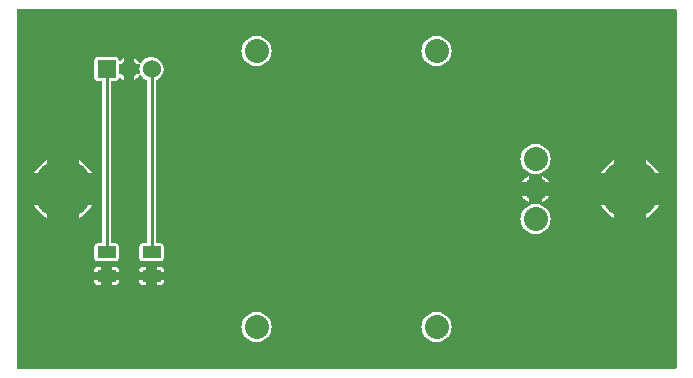
<source format=gtl>
G04 Layer: TopLayer*
G04 EasyEDA v6.4.19.4, 2021-04-04T11:51:27+01:00*
G04 4b0eb47da5f842609b4c8b729e81160f,e7a3d4c674b94ea3b1133014d1bc3374,10*
G04 Gerber Generator version 0.2*
G04 Scale: 100 percent, Rotated: No, Reflected: No *
G04 Dimensions in millimeters *
G04 leading zeros omitted , absolute positions ,4 integer and 5 decimal *
%FSLAX45Y45*%
%MOMM*%

%ADD10C,0.2540*%
%ADD11R,1.5500X1.0000*%
%ADD12C,5.0800*%
%ADD13C,2.0320*%
%ADD14R,1.5240X1.5240*%
%ADD15C,1.5240*%

%LPD*%
G36*
X-2783840Y-1524000D02*
G01*
X-2787751Y-1523238D01*
X-2791002Y-1521002D01*
X-2793238Y-1517751D01*
X-2794000Y-1513840D01*
X-2794000Y1513840D01*
X-2793238Y1517751D01*
X-2791002Y1521002D01*
X-2787751Y1523238D01*
X-2783840Y1524000D01*
X2783840Y1524000D01*
X2787751Y1523238D01*
X2791002Y1521002D01*
X2793238Y1517751D01*
X2794000Y1513840D01*
X2794000Y-1513840D01*
X2793238Y-1517751D01*
X2791002Y-1521002D01*
X2787751Y-1523238D01*
X2783840Y-1524000D01*
G37*

%LPC*%
G36*
X762000Y-1295603D02*
G01*
X777341Y-1294688D01*
X792429Y-1291945D01*
X807110Y-1287373D01*
X821131Y-1281074D01*
X834288Y-1273098D01*
X846378Y-1263650D01*
X857250Y-1252778D01*
X866698Y-1240688D01*
X874674Y-1227531D01*
X880973Y-1213510D01*
X885545Y-1198829D01*
X888288Y-1183741D01*
X889253Y-1168400D01*
X888288Y-1153058D01*
X885545Y-1137920D01*
X880973Y-1123289D01*
X874674Y-1109268D01*
X866698Y-1096111D01*
X857250Y-1084021D01*
X846378Y-1073150D01*
X834288Y-1063701D01*
X821131Y-1055725D01*
X807110Y-1049426D01*
X792429Y-1044854D01*
X777341Y-1042060D01*
X762000Y-1041146D01*
X746658Y-1042060D01*
X731570Y-1044854D01*
X716889Y-1049426D01*
X702868Y-1055725D01*
X689711Y-1063701D01*
X677621Y-1073150D01*
X666750Y-1084021D01*
X657301Y-1096111D01*
X649325Y-1109268D01*
X643026Y-1123289D01*
X638454Y-1137920D01*
X635711Y-1153058D01*
X634746Y-1168400D01*
X635711Y-1183741D01*
X638454Y-1198829D01*
X643026Y-1213510D01*
X649325Y-1227531D01*
X657301Y-1240688D01*
X666750Y-1252778D01*
X677621Y-1263650D01*
X689711Y-1273098D01*
X702868Y-1281074D01*
X716889Y-1287373D01*
X731570Y-1291945D01*
X746658Y-1294688D01*
G37*
G36*
X-762000Y-1295603D02*
G01*
X-746658Y-1294688D01*
X-731570Y-1291945D01*
X-716889Y-1287373D01*
X-702868Y-1281074D01*
X-689711Y-1273098D01*
X-677621Y-1263650D01*
X-666750Y-1252778D01*
X-657301Y-1240688D01*
X-649325Y-1227531D01*
X-643026Y-1213510D01*
X-638454Y-1198829D01*
X-635711Y-1183741D01*
X-634746Y-1168400D01*
X-635711Y-1153058D01*
X-638454Y-1137920D01*
X-643026Y-1123289D01*
X-649325Y-1109268D01*
X-657301Y-1096111D01*
X-666750Y-1084021D01*
X-677621Y-1073150D01*
X-689711Y-1063701D01*
X-702868Y-1055725D01*
X-716889Y-1049426D01*
X-731570Y-1044854D01*
X-746658Y-1042060D01*
X-762000Y-1041146D01*
X-777341Y-1042060D01*
X-792429Y-1044854D01*
X-807110Y-1049426D01*
X-821131Y-1055725D01*
X-834288Y-1063701D01*
X-846378Y-1073150D01*
X-857250Y-1084021D01*
X-866698Y-1096111D01*
X-874674Y-1109268D01*
X-880973Y-1123289D01*
X-885545Y-1137920D01*
X-888288Y-1153058D01*
X-889253Y-1168400D01*
X-888288Y-1183741D01*
X-885545Y-1198829D01*
X-880973Y-1213510D01*
X-874674Y-1227531D01*
X-866698Y-1240688D01*
X-857250Y-1252778D01*
X-846378Y-1263650D01*
X-834288Y-1273098D01*
X-821131Y-1281074D01*
X-807110Y-1287373D01*
X-792429Y-1291945D01*
X-777341Y-1294688D01*
G37*
G36*
X-2108911Y-810666D02*
G01*
X-2077110Y-810666D01*
X-2077110Y-766318D01*
X-2135174Y-766318D01*
X-2135174Y-784402D01*
X-2134463Y-790702D01*
X-2132533Y-796086D01*
X-2129485Y-800963D01*
X-2125472Y-804976D01*
X-2120595Y-808024D01*
X-2115210Y-809955D01*
G37*
G36*
X-1986889Y-810666D02*
G01*
X-1955088Y-810666D01*
X-1948789Y-809955D01*
X-1943404Y-808024D01*
X-1938528Y-804976D01*
X-1934514Y-800963D01*
X-1931466Y-796086D01*
X-1929536Y-790702D01*
X-1928825Y-784402D01*
X-1928825Y-766318D01*
X-1986889Y-766318D01*
G37*
G36*
X-1727911Y-810666D02*
G01*
X-1696110Y-810666D01*
X-1696110Y-766318D01*
X-1754174Y-766318D01*
X-1754174Y-784402D01*
X-1753463Y-790702D01*
X-1751533Y-796086D01*
X-1748485Y-800963D01*
X-1744472Y-804976D01*
X-1739595Y-808024D01*
X-1734210Y-809955D01*
G37*
G36*
X-1605889Y-810666D02*
G01*
X-1574088Y-810666D01*
X-1567789Y-809955D01*
X-1562404Y-808024D01*
X-1557528Y-804976D01*
X-1553514Y-800963D01*
X-1550466Y-796086D01*
X-1548536Y-790702D01*
X-1547825Y-784402D01*
X-1547825Y-766318D01*
X-1605889Y-766318D01*
G37*
G36*
X-2135174Y-703630D02*
G01*
X-2077110Y-703630D01*
X-2077110Y-659333D01*
X-2108911Y-659333D01*
X-2115210Y-660044D01*
X-2120595Y-661924D01*
X-2125472Y-664972D01*
X-2129485Y-669036D01*
X-2132533Y-673912D01*
X-2134463Y-679297D01*
X-2135174Y-685546D01*
G37*
G36*
X-1605889Y-703630D02*
G01*
X-1547825Y-703630D01*
X-1547825Y-685546D01*
X-1548536Y-679297D01*
X-1550466Y-673912D01*
X-1553514Y-669036D01*
X-1557528Y-664972D01*
X-1562404Y-661924D01*
X-1567789Y-660044D01*
X-1574088Y-659333D01*
X-1605889Y-659333D01*
G37*
G36*
X-1754174Y-703630D02*
G01*
X-1696110Y-703630D01*
X-1696110Y-659333D01*
X-1727911Y-659333D01*
X-1734210Y-660044D01*
X-1739595Y-661924D01*
X-1744472Y-664972D01*
X-1748485Y-669036D01*
X-1751533Y-673912D01*
X-1753463Y-679297D01*
X-1754174Y-685546D01*
G37*
G36*
X-1986889Y-703630D02*
G01*
X-1928825Y-703630D01*
X-1928825Y-685546D01*
X-1929536Y-679297D01*
X-1931466Y-673912D01*
X-1934514Y-669036D01*
X-1938528Y-664972D01*
X-1943404Y-661924D01*
X-1948789Y-660044D01*
X-1955088Y-659333D01*
X-1986889Y-659333D01*
G37*
G36*
X-1727911Y-610666D02*
G01*
X-1574088Y-610666D01*
X-1567789Y-609955D01*
X-1562404Y-608025D01*
X-1557528Y-604977D01*
X-1553514Y-600964D01*
X-1550466Y-596087D01*
X-1548536Y-590702D01*
X-1547825Y-584403D01*
X-1547825Y-485546D01*
X-1548536Y-479298D01*
X-1550466Y-473913D01*
X-1553514Y-469036D01*
X-1557528Y-464972D01*
X-1562404Y-461924D01*
X-1567789Y-460044D01*
X-1574088Y-459333D01*
X-1602486Y-459333D01*
X-1606397Y-458571D01*
X-1609648Y-456387D01*
X-1611884Y-453085D01*
X-1612646Y-449173D01*
X-1612646Y915162D01*
X-1611985Y918718D01*
X-1610156Y921816D01*
X-1607362Y924052D01*
X-1596186Y930198D01*
X-1585264Y938225D01*
X-1575460Y947724D01*
X-1567027Y958392D01*
X-1560118Y970076D01*
X-1554784Y982624D01*
X-1551228Y995730D01*
X-1549400Y1009192D01*
X-1549400Y1022807D01*
X-1551228Y1036269D01*
X-1554784Y1049426D01*
X-1560118Y1061923D01*
X-1567027Y1073658D01*
X-1575460Y1084326D01*
X-1585264Y1093774D01*
X-1596186Y1101852D01*
X-1608124Y1108354D01*
X-1620824Y1113282D01*
X-1634083Y1116431D01*
X-1647596Y1117803D01*
X-1661210Y1117346D01*
X-1674622Y1115060D01*
X-1687575Y1111046D01*
X-1699920Y1105306D01*
X-1711401Y1097991D01*
X-1721815Y1089202D01*
X-1730908Y1079093D01*
X-1737969Y1068882D01*
X-1740865Y1066038D01*
X-1744624Y1064615D01*
X-1748688Y1064768D01*
X-1752346Y1066444D01*
X-1755089Y1069441D01*
X-1757527Y1073658D01*
X-1765960Y1084326D01*
X-1775764Y1093774D01*
X-1786686Y1101852D01*
X-1797050Y1107490D01*
X-1797050Y1060450D01*
X-1757425Y1060450D01*
X-1753616Y1059738D01*
X-1750364Y1057656D01*
X-1748180Y1054506D01*
X-1747266Y1050798D01*
X-1747824Y1046987D01*
X-1749196Y1042924D01*
X-1751939Y1029563D01*
X-1752854Y1016000D01*
X-1751939Y1002436D01*
X-1749196Y989126D01*
X-1747824Y985062D01*
X-1747266Y981252D01*
X-1748180Y977493D01*
X-1750364Y974344D01*
X-1753616Y972261D01*
X-1757425Y971550D01*
X-1797050Y971550D01*
X-1797050Y924509D01*
X-1786686Y930198D01*
X-1775764Y938225D01*
X-1765960Y947724D01*
X-1757527Y958392D01*
X-1755089Y962558D01*
X-1752346Y965555D01*
X-1748688Y967282D01*
X-1744624Y967384D01*
X-1740865Y965962D01*
X-1737969Y963117D01*
X-1730908Y952906D01*
X-1721815Y942797D01*
X-1711401Y934008D01*
X-1699920Y926693D01*
X-1695246Y924509D01*
X-1692148Y922274D01*
X-1690065Y919073D01*
X-1689354Y915314D01*
X-1689354Y-449173D01*
X-1690116Y-453085D01*
X-1692351Y-456387D01*
X-1695602Y-458571D01*
X-1699514Y-459333D01*
X-1727911Y-459333D01*
X-1734210Y-460044D01*
X-1739595Y-461924D01*
X-1744472Y-464972D01*
X-1748485Y-469036D01*
X-1751533Y-473913D01*
X-1753463Y-479298D01*
X-1754174Y-485546D01*
X-1754174Y-584403D01*
X-1753463Y-590702D01*
X-1751533Y-596087D01*
X-1748485Y-600964D01*
X-1744472Y-604977D01*
X-1739595Y-608025D01*
X-1734210Y-609955D01*
G37*
G36*
X-2108911Y-610666D02*
G01*
X-1955088Y-610666D01*
X-1948789Y-609955D01*
X-1943404Y-608025D01*
X-1938528Y-604977D01*
X-1934514Y-600964D01*
X-1931466Y-596087D01*
X-1929536Y-590702D01*
X-1928825Y-584403D01*
X-1928825Y-485546D01*
X-1929536Y-479298D01*
X-1931466Y-473913D01*
X-1934514Y-469036D01*
X-1938528Y-464972D01*
X-1943404Y-461924D01*
X-1948789Y-460044D01*
X-1955088Y-459333D01*
X-1983486Y-459333D01*
X-1987397Y-458571D01*
X-1990648Y-456387D01*
X-1992884Y-453085D01*
X-1993646Y-449173D01*
X-1993646Y903986D01*
X-1992884Y907897D01*
X-1990648Y911199D01*
X-1987397Y913384D01*
X-1983486Y914146D01*
X-1956358Y914146D01*
X-1950110Y914857D01*
X-1944674Y916736D01*
X-1939848Y919784D01*
X-1935784Y923848D01*
X-1932736Y928725D01*
X-1930857Y934110D01*
X-1930450Y937717D01*
X-1929282Y941374D01*
X-1926843Y944371D01*
X-1923440Y946251D01*
X-1919630Y946708D01*
X-1915922Y945692D01*
X-1901901Y934008D01*
X-1890420Y926693D01*
X-1885950Y924610D01*
X-1885950Y971550D01*
X-1919986Y971550D01*
X-1923897Y972312D01*
X-1927148Y974547D01*
X-1929384Y977849D01*
X-1930146Y981710D01*
X-1930146Y1050290D01*
X-1929384Y1054201D01*
X-1927148Y1057503D01*
X-1923897Y1059688D01*
X-1919986Y1060450D01*
X-1885950Y1060450D01*
X-1885950Y1107389D01*
X-1890420Y1105306D01*
X-1901901Y1097991D01*
X-1915922Y1086307D01*
X-1919630Y1085291D01*
X-1923440Y1085748D01*
X-1926843Y1087628D01*
X-1929282Y1090625D01*
X-1930450Y1094282D01*
X-1930857Y1097889D01*
X-1932736Y1103325D01*
X-1935784Y1108151D01*
X-1939848Y1112215D01*
X-1944674Y1115263D01*
X-1950110Y1117142D01*
X-1956358Y1117854D01*
X-2107641Y1117854D01*
X-2113889Y1117142D01*
X-2119325Y1115263D01*
X-2124151Y1112215D01*
X-2128215Y1108151D01*
X-2131263Y1103325D01*
X-2133142Y1097889D01*
X-2133854Y1091641D01*
X-2133854Y940358D01*
X-2133142Y934110D01*
X-2131263Y928725D01*
X-2128215Y923848D01*
X-2124151Y919784D01*
X-2119325Y916736D01*
X-2113889Y914857D01*
X-2107641Y914146D01*
X-2080514Y914146D01*
X-2076602Y913384D01*
X-2073351Y911199D01*
X-2071116Y907897D01*
X-2070354Y903986D01*
X-2070354Y-449173D01*
X-2071116Y-453085D01*
X-2073351Y-456387D01*
X-2076602Y-458571D01*
X-2080514Y-459333D01*
X-2108911Y-459333D01*
X-2115210Y-460044D01*
X-2120595Y-461924D01*
X-2125472Y-464972D01*
X-2129485Y-469036D01*
X-2132533Y-473913D01*
X-2134463Y-479298D01*
X-2135174Y-485546D01*
X-2135174Y-584403D01*
X-2134463Y-590702D01*
X-2132533Y-596087D01*
X-2129485Y-600964D01*
X-2125472Y-604977D01*
X-2120595Y-608025D01*
X-2115210Y-609955D01*
G37*
G36*
X1600200Y-381203D02*
G01*
X1615541Y-380288D01*
X1630629Y-377545D01*
X1645310Y-372973D01*
X1659331Y-366674D01*
X1672488Y-358698D01*
X1684578Y-349250D01*
X1695450Y-338378D01*
X1704898Y-326288D01*
X1712874Y-313131D01*
X1719173Y-299110D01*
X1723745Y-284429D01*
X1726488Y-269341D01*
X1727454Y-254000D01*
X1726488Y-238658D01*
X1723745Y-223520D01*
X1719173Y-208889D01*
X1712874Y-194868D01*
X1704898Y-181711D01*
X1695450Y-169621D01*
X1684578Y-158750D01*
X1672488Y-149301D01*
X1659331Y-141325D01*
X1648053Y-136245D01*
X1646123Y-134874D01*
X1644142Y-134670D01*
X1630629Y-130454D01*
X1615541Y-127660D01*
X1600200Y-126746D01*
X1584858Y-127660D01*
X1569770Y-130454D01*
X1556258Y-134670D01*
X1554276Y-134874D01*
X1552346Y-136245D01*
X1541068Y-141325D01*
X1527911Y-149301D01*
X1515821Y-158750D01*
X1504950Y-169621D01*
X1495501Y-181711D01*
X1487525Y-194868D01*
X1481226Y-208889D01*
X1476654Y-223520D01*
X1473911Y-238658D01*
X1472946Y-254000D01*
X1473911Y-269341D01*
X1476654Y-284429D01*
X1481226Y-299110D01*
X1487525Y-313131D01*
X1495501Y-326288D01*
X1504950Y-338378D01*
X1515821Y-349250D01*
X1527911Y-358698D01*
X1541068Y-366674D01*
X1555089Y-372973D01*
X1569770Y-377545D01*
X1584858Y-380288D01*
G37*
G36*
X2266645Y-245770D02*
G01*
X2266645Y-133350D01*
X2154224Y-133350D01*
X2165908Y-152958D01*
X2179320Y-171754D01*
X2194255Y-189382D01*
X2210612Y-205740D01*
X2228240Y-220675D01*
X2247036Y-234086D01*
G37*
G36*
X2533345Y-245770D02*
G01*
X2552954Y-234086D01*
X2571750Y-220675D01*
X2589377Y-205740D01*
X2605735Y-189382D01*
X2620670Y-171754D01*
X2634081Y-152958D01*
X2645765Y-133350D01*
X2533345Y-133350D01*
G37*
G36*
X-2533345Y-245770D02*
G01*
X-2533345Y-133350D01*
X-2645765Y-133350D01*
X-2634081Y-152958D01*
X-2620670Y-171754D01*
X-2605735Y-189382D01*
X-2589377Y-205740D01*
X-2571750Y-220675D01*
X-2552954Y-234086D01*
G37*
G36*
X-2266645Y-245770D02*
G01*
X-2247036Y-234086D01*
X-2228240Y-220675D01*
X-2210612Y-205740D01*
X-2194255Y-189382D01*
X-2179320Y-171754D01*
X-2165908Y-152958D01*
X-2154224Y-133350D01*
X-2266645Y-133350D01*
G37*
G36*
X1543050Y-113537D02*
G01*
X1543050Y-57150D01*
X1486662Y-57150D01*
X1487525Y-59131D01*
X1495501Y-72288D01*
X1504950Y-84378D01*
X1515821Y-95250D01*
X1527911Y-104698D01*
X1541068Y-112674D01*
G37*
G36*
X1657350Y-113537D02*
G01*
X1659331Y-112674D01*
X1672488Y-104698D01*
X1684578Y-95250D01*
X1695450Y-84378D01*
X1704898Y-72288D01*
X1712874Y-59131D01*
X1713738Y-57150D01*
X1657350Y-57150D01*
G37*
G36*
X1486662Y57150D02*
G01*
X1543050Y57150D01*
X1543050Y113537D01*
X1541068Y112674D01*
X1527911Y104698D01*
X1515821Y95250D01*
X1504950Y84378D01*
X1495501Y72288D01*
X1487525Y59131D01*
G37*
G36*
X1657350Y57150D02*
G01*
X1713738Y57150D01*
X1712874Y59131D01*
X1704898Y72288D01*
X1695450Y84378D01*
X1684578Y95250D01*
X1672488Y104698D01*
X1659331Y112674D01*
X1657350Y113537D01*
G37*
G36*
X1600200Y126796D02*
G01*
X1615541Y127711D01*
X1630629Y130454D01*
X1644142Y134670D01*
X1646123Y134924D01*
X1648053Y136296D01*
X1659331Y141325D01*
X1672488Y149301D01*
X1684578Y158750D01*
X1695450Y169621D01*
X1704898Y181711D01*
X1712874Y194868D01*
X1719173Y208889D01*
X1723745Y223570D01*
X1726488Y238658D01*
X1727454Y254000D01*
X1726488Y269341D01*
X1723745Y284480D01*
X1719173Y299110D01*
X1712874Y313131D01*
X1704898Y326288D01*
X1695450Y338378D01*
X1684578Y349250D01*
X1672488Y358698D01*
X1659331Y366674D01*
X1645310Y372973D01*
X1630629Y377545D01*
X1615541Y380339D01*
X1600200Y381254D01*
X1584858Y380339D01*
X1569770Y377545D01*
X1555089Y372973D01*
X1541068Y366674D01*
X1527911Y358698D01*
X1515821Y349250D01*
X1504950Y338378D01*
X1495501Y326288D01*
X1487525Y313131D01*
X1481226Y299110D01*
X1476654Y284480D01*
X1473911Y269341D01*
X1472946Y254000D01*
X1473911Y238658D01*
X1476654Y223570D01*
X1481226Y208889D01*
X1487525Y194868D01*
X1495501Y181711D01*
X1504950Y169621D01*
X1515821Y158750D01*
X1527911Y149301D01*
X1541068Y141325D01*
X1552346Y136296D01*
X1554276Y134924D01*
X1556258Y134670D01*
X1569770Y130454D01*
X1584858Y127711D01*
G37*
G36*
X2533345Y133350D02*
G01*
X2645765Y133350D01*
X2634081Y152958D01*
X2620670Y171754D01*
X2605735Y189382D01*
X2589377Y205740D01*
X2571750Y220675D01*
X2552954Y234086D01*
X2533345Y245770D01*
G37*
G36*
X2154224Y133350D02*
G01*
X2266645Y133350D01*
X2266645Y245770D01*
X2247036Y234086D01*
X2228240Y220675D01*
X2210612Y205740D01*
X2194255Y189382D01*
X2179320Y171754D01*
X2165908Y152958D01*
G37*
G36*
X-2645765Y133350D02*
G01*
X-2533345Y133350D01*
X-2533345Y245770D01*
X-2552954Y234086D01*
X-2571750Y220675D01*
X-2589377Y205740D01*
X-2605735Y189382D01*
X-2620670Y171754D01*
X-2634081Y152958D01*
G37*
G36*
X-2266645Y133350D02*
G01*
X-2154224Y133350D01*
X-2165908Y152958D01*
X-2179320Y171754D01*
X-2194255Y189382D01*
X-2210612Y205740D01*
X-2228240Y220675D01*
X-2247036Y234086D01*
X-2266645Y245770D01*
G37*
G36*
X-762000Y1041196D02*
G01*
X-746658Y1042111D01*
X-731570Y1044854D01*
X-716889Y1049426D01*
X-702868Y1055725D01*
X-689711Y1063701D01*
X-677621Y1073150D01*
X-666750Y1084021D01*
X-657301Y1096111D01*
X-649325Y1109268D01*
X-643026Y1123289D01*
X-638454Y1137970D01*
X-635711Y1153058D01*
X-634746Y1168400D01*
X-635711Y1183741D01*
X-638454Y1198880D01*
X-643026Y1213510D01*
X-649325Y1227531D01*
X-657301Y1240688D01*
X-666750Y1252778D01*
X-677621Y1263650D01*
X-689711Y1273098D01*
X-702868Y1281074D01*
X-716889Y1287373D01*
X-731570Y1291945D01*
X-746658Y1294739D01*
X-762000Y1295654D01*
X-777341Y1294739D01*
X-792429Y1291945D01*
X-807110Y1287373D01*
X-821131Y1281074D01*
X-834288Y1273098D01*
X-846378Y1263650D01*
X-857250Y1252778D01*
X-866698Y1240688D01*
X-874674Y1227531D01*
X-880973Y1213510D01*
X-885545Y1198880D01*
X-888288Y1183741D01*
X-889253Y1168400D01*
X-888288Y1153058D01*
X-885545Y1137970D01*
X-880973Y1123289D01*
X-874674Y1109268D01*
X-866698Y1096111D01*
X-857250Y1084021D01*
X-846378Y1073150D01*
X-834288Y1063701D01*
X-821131Y1055725D01*
X-807110Y1049426D01*
X-792429Y1044854D01*
X-777341Y1042111D01*
G37*
G36*
X762000Y1041196D02*
G01*
X777341Y1042111D01*
X792429Y1044854D01*
X807110Y1049426D01*
X821131Y1055725D01*
X834288Y1063701D01*
X846378Y1073150D01*
X857250Y1084021D01*
X866698Y1096111D01*
X874674Y1109268D01*
X880973Y1123289D01*
X885545Y1137970D01*
X888288Y1153058D01*
X889253Y1168400D01*
X888288Y1183741D01*
X885545Y1198880D01*
X880973Y1213510D01*
X874674Y1227531D01*
X866698Y1240688D01*
X857250Y1252778D01*
X846378Y1263650D01*
X834288Y1273098D01*
X821131Y1281074D01*
X807110Y1287373D01*
X792429Y1291945D01*
X777341Y1294739D01*
X762000Y1295654D01*
X746658Y1294739D01*
X731570Y1291945D01*
X716889Y1287373D01*
X702868Y1281074D01*
X689711Y1273098D01*
X677621Y1263650D01*
X666750Y1252778D01*
X657301Y1240688D01*
X649325Y1227531D01*
X643026Y1213510D01*
X638454Y1198880D01*
X635711Y1183741D01*
X634746Y1168400D01*
X635711Y1153058D01*
X638454Y1137970D01*
X643026Y1123289D01*
X649325Y1109268D01*
X657301Y1096111D01*
X666750Y1084021D01*
X677621Y1073150D01*
X689711Y1063701D01*
X702868Y1055725D01*
X716889Y1049426D01*
X731570Y1044854D01*
X746658Y1042111D01*
G37*

%LPD*%
D10*
X-1841500Y-622302D02*
G01*
X-1954204Y-735007D01*
X-2032000Y-735007D01*
X-1841500Y1015992D02*
G01*
X-1841500Y-622302D01*
X-1828800Y-635002D01*
X-1728795Y-735007D01*
X-1651000Y-735007D01*
X-2032000Y1015992D02*
G01*
X-2032000Y-535007D01*
X-2032000Y-535007D01*
X-1651000Y1015992D02*
G01*
X-1651000Y-535007D01*
X-1651000Y-535007D01*
D11*
G01*
X-2032000Y-735007D03*
G01*
X-2032000Y-535007D03*
G01*
X-1651000Y-535007D03*
G01*
X-1651000Y-735007D03*
D12*
G01*
X2399995Y-7D03*
G01*
X-2399995Y-7D03*
D13*
G01*
X1600200Y-254007D03*
G01*
X1600200Y-7D03*
G01*
X1600200Y253992D03*
G01*
X-762000Y-1168407D03*
G01*
X-762000Y1168392D03*
G01*
X762000Y1168392D03*
G01*
X762000Y-1168407D03*
D14*
G01*
X-2032000Y1015992D03*
D15*
G01*
X-1841500Y1015992D03*
G01*
X-1651000Y1015992D03*
M02*

</source>
